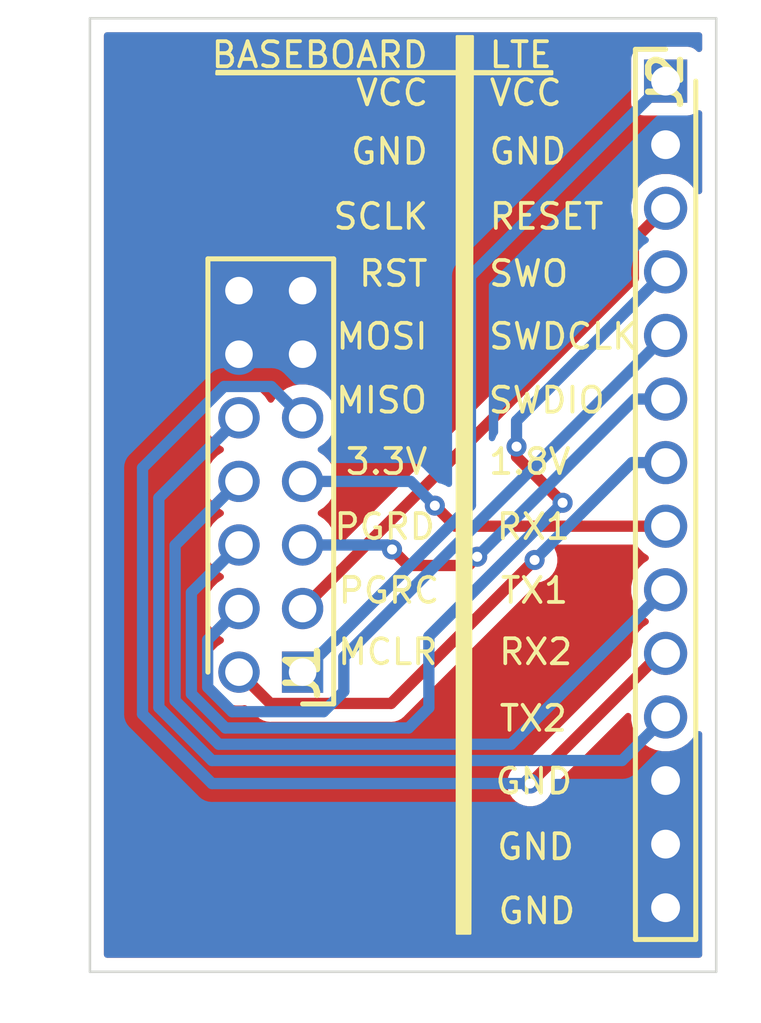
<source format=kicad_pcb>
(kicad_pcb (version 20171130) (host pcbnew "(5.1.6)-1")

  (general
    (thickness 1.6)
    (drawings 22)
    (tracks 68)
    (zones 0)
    (modules 2)
    (nets 12)
  )

  (page A4)
  (layers
    (0 F.Cu signal)
    (31 B.Cu signal)
    (32 B.Adhes user)
    (33 F.Adhes user hide)
    (34 B.Paste user)
    (35 F.Paste user)
    (36 B.SilkS user)
    (37 F.SilkS user)
    (38 B.Mask user)
    (39 F.Mask user)
    (40 Dwgs.User user)
    (41 Cmts.User user)
    (42 Eco1.User user)
    (43 Eco2.User user)
    (44 Edge.Cuts user)
    (45 Margin user)
    (46 B.CrtYd user)
    (47 F.CrtYd user)
    (48 B.Fab user)
    (49 F.Fab user)
  )

  (setup
    (last_trace_width 0.25)
    (user_trace_width 0.45)
    (trace_clearance 0.2)
    (zone_clearance 0.508)
    (zone_45_only no)
    (trace_min 0.2)
    (via_size 0.8)
    (via_drill 0.4)
    (via_min_size 0.4)
    (via_min_drill 0.3)
    (uvia_size 0.3)
    (uvia_drill 0.1)
    (uvias_allowed no)
    (uvia_min_size 0.2)
    (uvia_min_drill 0.1)
    (edge_width 0.05)
    (segment_width 0.2)
    (pcb_text_width 0.3)
    (pcb_text_size 1.5 1.5)
    (mod_edge_width 0.12)
    (mod_text_size 1 1)
    (mod_text_width 0.15)
    (pad_size 1.524 1.524)
    (pad_drill 0.762)
    (pad_to_mask_clearance 0.05)
    (aux_axis_origin 0 0)
    (visible_elements 7FFFFFFF)
    (pcbplotparams
      (layerselection 0x010fc_ffffffff)
      (usegerberextensions false)
      (usegerberattributes false)
      (usegerberadvancedattributes true)
      (creategerberjobfile true)
      (excludeedgelayer true)
      (linewidth 0.100000)
      (plotframeref false)
      (viasonmask false)
      (mode 1)
      (useauxorigin false)
      (hpglpennumber 1)
      (hpglpenspeed 20)
      (hpglpendiameter 15.000000)
      (psnegative false)
      (psa4output false)
      (plotreference true)
      (plotvalue true)
      (plotinvisibletext false)
      (padsonsilk false)
      (subtractmaskfromsilk false)
      (outputformat 1)
      (mirror false)
      (drillshape 0)
      (scaleselection 1)
      (outputdirectory "C:/Users/l-plu/Downloads/Nieuwe map/"))
  )

  (net 0 "")
  (net 1 TX2)
  (net 2 RX2)
  (net 3 TX1)
  (net 4 RX1)
  (net 5 SWO)
  (net 6 SWDIO)
  (net 7 SWDCLK)
  (net 8 RESET)
  (net 9 1.8v)
  (net 10 VCC)
  (net 11 GND)

  (net_class Default "This is the default net class."
    (clearance 0.2)
    (trace_width 0.25)
    (via_dia 0.8)
    (via_drill 0.4)
    (uvia_dia 0.3)
    (uvia_drill 0.1)
    (add_net 1.8v)
    (add_net GND)
    (add_net RESET)
    (add_net RX1)
    (add_net RX2)
    (add_net SWDCLK)
    (add_net SWDIO)
    (add_net SWO)
    (add_net TX1)
    (add_net TX2)
    (add_net VCC)
  )

  (net_class "Fat line" ""
    (clearance 0.2)
    (trace_width 0.4)
    (via_dia 0.8)
    (via_drill 0.4)
    (uvia_dia 0.3)
    (uvia_drill 0.1)
  )

  (module SamacSys_Parts:HDRV14W67P0X254_1X14_3556X241X1082P (layer F.Cu) (tedit 0) (tstamp 602C85CB)
    (at 122.98 97.51 270)
    (descr 78511-214HLF---)
    (tags Connector)
    (path /602AF3B1)
    (fp_text reference J2 (at 0 0 90) (layer F.SilkS)
      (effects (font (size 1.27 1.27) (thickness 0.254)))
    )
    (fp_text value 78511-214HLF (at 0 0 90) (layer F.SilkS) hide
      (effects (font (size 1.27 1.27) (thickness 0.254)))
    )
    (fp_line (start 34.29 -1.205) (end 0 -1.205) (layer F.SilkS) (width 0.2))
    (fp_line (start 34.29 1.205) (end 34.29 -1.205) (layer F.SilkS) (width 0.2))
    (fp_line (start -1.27 1.205) (end 34.29 1.205) (layer F.SilkS) (width 0.2))
    (fp_line (start -1.27 0) (end -1.27 1.205) (layer F.SilkS) (width 0.2))
    (fp_line (start 34.29 1.205) (end -1.27 1.205) (layer F.Fab) (width 0.1))
    (fp_line (start 34.29 -1.205) (end 34.29 1.205) (layer F.Fab) (width 0.1))
    (fp_line (start -1.27 -1.205) (end 34.29 -1.205) (layer F.Fab) (width 0.1))
    (fp_line (start -1.27 1.205) (end -1.27 -1.205) (layer F.Fab) (width 0.1))
    (fp_line (start 34.54 1.455) (end -1.52 1.455) (layer F.CrtYd) (width 0.05))
    (fp_line (start 34.54 -1.455) (end 34.54 1.455) (layer F.CrtYd) (width 0.05))
    (fp_line (start -1.52 -1.455) (end 34.54 -1.455) (layer F.CrtYd) (width 0.05))
    (fp_line (start -1.52 1.455) (end -1.52 -1.455) (layer F.CrtYd) (width 0.05))
    (fp_text user %R (at 0 0 90) (layer F.Fab)
      (effects (font (size 1.27 1.27) (thickness 0.254)))
    )
    (pad 14 thru_hole circle (at 33.02 0 270) (size 1.725 1.725) (drill 1.15) (layers *.Cu *.Mask)
      (net 11 GND))
    (pad 13 thru_hole circle (at 30.48 0 270) (size 1.725 1.725) (drill 1.15) (layers *.Cu *.Mask)
      (net 11 GND))
    (pad 12 thru_hole circle (at 27.94 0 270) (size 1.725 1.725) (drill 1.15) (layers *.Cu *.Mask)
      (net 11 GND))
    (pad 11 thru_hole circle (at 25.4 0 270) (size 1.725 1.725) (drill 1.15) (layers *.Cu *.Mask)
      (net 1 TX2))
    (pad 10 thru_hole circle (at 22.86 0 270) (size 1.725 1.725) (drill 1.15) (layers *.Cu *.Mask)
      (net 2 RX2))
    (pad 9 thru_hole circle (at 20.32 0 270) (size 1.725 1.725) (drill 1.15) (layers *.Cu *.Mask)
      (net 3 TX1))
    (pad 8 thru_hole circle (at 17.78 0 270) (size 1.725 1.725) (drill 1.15) (layers *.Cu *.Mask)
      (net 4 RX1))
    (pad 7 thru_hole circle (at 15.24 0 270) (size 1.725 1.725) (drill 1.15) (layers *.Cu *.Mask)
      (net 9 1.8v))
    (pad 6 thru_hole circle (at 12.7 0 270) (size 1.725 1.725) (drill 1.15) (layers *.Cu *.Mask)
      (net 6 SWDIO))
    (pad 5 thru_hole circle (at 10.16 0 270) (size 1.725 1.725) (drill 1.15) (layers *.Cu *.Mask)
      (net 7 SWDCLK))
    (pad 4 thru_hole circle (at 7.62 0 270) (size 1.725 1.725) (drill 1.15) (layers *.Cu *.Mask)
      (net 5 SWO))
    (pad 3 thru_hole circle (at 5.08 0 270) (size 1.725 1.725) (drill 1.15) (layers *.Cu *.Mask)
      (net 8 RESET))
    (pad 2 thru_hole circle (at 2.54 0 270) (size 1.725 1.725) (drill 1.15) (layers *.Cu *.Mask)
      (net 11 GND))
    (pad 1 thru_hole rect (at 0 0 270) (size 1.725 1.725) (drill 1.15) (layers *.Cu *.Mask)
      (net 10 VCC))
    (model C:\SamacSys_PCB_Library\KiCad\SamacSys_Parts.3dshapes\78511-214HLF.stp
      (at (xyz 0 0 0))
      (scale (xyz 1 1 1))
      (rotate (xyz 0 0 0))
    )
  )

  (module SamacSys_Parts:HDRV14W64P254_2X7_1778X502X1067P (layer F.Cu) (tedit 0) (tstamp 602C85AC)
    (at 108.49 121.12 90)
    (descr HTSW-107-14-L-D)
    (tags Connector)
    (path /602ADB0C)
    (fp_text reference J1 (at 0 0 90) (layer F.SilkS)
      (effects (font (size 1.27 1.27) (thickness 0.254)))
    )
    (fp_text value HTSW-107-14-L-D (at 0 0 90) (layer F.SilkS) hide
      (effects (font (size 1.27 1.27) (thickness 0.254)))
    )
    (fp_line (start 16.51 -3.78) (end 0 -3.78) (layer F.SilkS) (width 0.2))
    (fp_line (start 16.51 1.24) (end 16.51 -3.78) (layer F.SilkS) (width 0.2))
    (fp_line (start -1.27 1.24) (end 16.51 1.24) (layer F.SilkS) (width 0.2))
    (fp_line (start -1.27 0) (end -1.27 1.24) (layer F.SilkS) (width 0.2))
    (fp_line (start 16.51 1.24) (end -1.27 1.24) (layer F.Fab) (width 0.1))
    (fp_line (start 16.51 -3.78) (end 16.51 1.24) (layer F.Fab) (width 0.1))
    (fp_line (start -1.27 -3.78) (end 16.51 -3.78) (layer F.Fab) (width 0.1))
    (fp_line (start -1.27 1.24) (end -1.27 -3.78) (layer F.Fab) (width 0.1))
    (fp_line (start 16.76 1.49) (end -1.52 1.49) (layer F.CrtYd) (width 0.05))
    (fp_line (start 16.76 -4.03) (end 16.76 1.49) (layer F.CrtYd) (width 0.05))
    (fp_line (start -1.52 -4.03) (end 16.76 -4.03) (layer F.CrtYd) (width 0.05))
    (fp_line (start -1.52 1.49) (end -1.52 -4.03) (layer F.CrtYd) (width 0.05))
    (fp_text user %R (at 0 0 90) (layer F.Fab)
      (effects (font (size 1.27 1.27) (thickness 0.254)))
    )
    (pad 14 thru_hole circle (at 15.24 -2.54 90) (size 1.65 1.65) (drill 1.1) (layers *.Cu *.Mask)
      (net 11 GND))
    (pad 13 thru_hole circle (at 15.24 0 90) (size 1.65 1.65) (drill 1.1) (layers *.Cu *.Mask)
      (net 11 GND))
    (pad 12 thru_hole circle (at 12.7 -2.54 90) (size 1.65 1.65) (drill 1.1) (layers *.Cu *.Mask)
      (net 11 GND))
    (pad 11 thru_hole circle (at 12.7 0 90) (size 1.65 1.65) (drill 1.1) (layers *.Cu *.Mask)
      (net 11 GND))
    (pad 10 thru_hole circle (at 10.16 -2.54 90) (size 1.65 1.65) (drill 1.1) (layers *.Cu *.Mask)
      (net 1 TX2))
    (pad 9 thru_hole circle (at 10.16 0 90) (size 1.65 1.65) (drill 1.1) (layers *.Cu *.Mask)
      (net 2 RX2))
    (pad 8 thru_hole circle (at 7.62 -2.54 90) (size 1.65 1.65) (drill 1.1) (layers *.Cu *.Mask)
      (net 3 TX1))
    (pad 7 thru_hole circle (at 7.62 0 90) (size 1.65 1.65) (drill 1.1) (layers *.Cu *.Mask)
      (net 4 RX1))
    (pad 6 thru_hole circle (at 5.08 -2.54 90) (size 1.65 1.65) (drill 1.1) (layers *.Cu *.Mask)
      (net 5 SWO))
    (pad 5 thru_hole circle (at 5.08 0 90) (size 1.65 1.65) (drill 1.1) (layers *.Cu *.Mask)
      (net 6 SWDIO))
    (pad 4 thru_hole circle (at 2.54 -2.54 90) (size 1.65 1.65) (drill 1.1) (layers *.Cu *.Mask)
      (net 7 SWDCLK))
    (pad 3 thru_hole circle (at 2.54 0 90) (size 1.65 1.65) (drill 1.1) (layers *.Cu *.Mask)
      (net 8 RESET))
    (pad 2 thru_hole circle (at 0 -2.54 90) (size 1.65 1.65) (drill 1.1) (layers *.Cu *.Mask)
      (net 9 1.8v))
    (pad 1 thru_hole rect (at 0 0 90) (size 1.65 1.65) (drill 1.1) (layers *.Cu *.Mask)
      (net 10 VCC))
    (model C:\SamacSys_PCB_Library\KiCad\SamacSys_Parts.3dshapes\HTSW-107-14-L-D.stp
      (at (xyz 0 0 0))
      (scale (xyz 1 1 1))
      (rotate (xyz 0 0 0))
    )
  )

  (gr_poly (pts (xy 118.45 97.12) (xy 118.45 97.23) (xy 105.05 97.23) (xy 105.06 97.11)) (layer F.SilkS) (width 0.1))
  (gr_poly (pts (xy 115.18 131.56) (xy 114.65 131.56) (xy 114.65 95.72) (xy 115.28 95.72)) (layer F.SilkS) (width 0.1))
  (gr_text "GND\n" (at 117.84 130.66) (layer F.SilkS) (tstamp 602C8AF4)
    (effects (font (size 1 1) (thickness 0.15)))
  )
  (gr_text "GND\n" (at 117.79 128.1) (layer F.SilkS) (tstamp 602C8AF4)
    (effects (font (size 1 1) (thickness 0.15)))
  )
  (gr_text "GND\n" (at 117.72 125.48) (layer F.SilkS)
    (effects (font (size 1 1) (thickness 0.15)))
  )
  (gr_text TX2 (at 117.7 122.97) (layer F.SilkS)
    (effects (font (size 1 1) (thickness 0.15)))
  )
  (gr_text "MCLR | RX2" (at 114.58 120.31) (layer F.SilkS)
    (effects (font (size 1 1) (thickness 0.15)))
  )
  (gr_text "PGRC | TX1" (at 114.51 117.86) (layer F.SilkS)
    (effects (font (size 1 1) (thickness 0.15)))
  )
  (gr_text "PGRD | RX1" (at 114.46 115.31) (layer F.SilkS)
    (effects (font (size 1 1) (thickness 0.15)))
  )
  (gr_text "3.3V | 1.8V" (at 114.7 112.71) (layer F.SilkS)
    (effects (font (size 1 1) (thickness 0.15)))
  )
  (gr_text "MISO | SWDIO" (at 115.19 110.26) (layer F.SilkS)
    (effects (font (size 1 1) (thickness 0.15)))
  )
  (gr_text "MOSI | SWDCLK" (at 115.85 107.71) (layer F.SilkS)
    (effects (font (size 1 1) (thickness 0.15)))
  )
  (gr_text "RST | SWO" (at 114.92 105.2) (layer F.SilkS)
    (effects (font (size 1 1) (thickness 0.15)))
  )
  (gr_text "SCLK | RESET" (at 115.11 102.92) (layer F.SilkS)
    (effects (font (size 1 1) (thickness 0.15)))
  )
  (gr_text "GND | GND\n" (at 114.72 100.32) (layer F.SilkS) (tstamp 602C8AAD)
    (effects (font (size 1 1) (thickness 0.15)))
  )
  (gr_text "BASEBOARD | LTE" (at 111.65 96.46) (layer F.SilkS)
    (effects (font (size 1 1) (thickness 0.15)))
  )
  (gr_text "VCC | VCC\n" (at 114.73 97.98) (layer F.SilkS)
    (effects (font (size 1 1) (thickness 0.15)))
  )
  (gr_line (start 125 95) (end 125 133.09) (layer Edge.Cuts) (width 0.1))
  (gr_line (start 100 95) (end 125 95) (layer Edge.Cuts) (width 0.1))
  (gr_line (start 100 114) (end 100 95) (layer Edge.Cuts) (width 0.1))
  (gr_line (start 100 133.09) (end 100 114) (layer Edge.Cuts) (width 0.1))
  (gr_line (start 125 133.09) (end 100 133.09) (layer Edge.Cuts) (width 0.1))

  (segment (start 121.23997 124.65003) (end 122.98 122.91) (width 0.45) (layer B.Cu) (net 1))
  (segment (start 102.749969 122.527727) (end 104.872272 124.65003) (width 0.45) (layer B.Cu) (net 1))
  (segment (start 102.749969 114.160031) (end 102.749969 122.527727) (width 0.45) (layer B.Cu) (net 1))
  (segment (start 104.872272 124.65003) (end 121.23997 124.65003) (width 0.45) (layer B.Cu) (net 1))
  (segment (start 105.95 110.96) (end 102.749969 114.160031) (width 0.45) (layer B.Cu) (net 1))
  (via (at 117.57 125.57) (size 0.8) (drill 0.4) (layers F.Cu B.Cu) (net 2))
  (segment (start 102.099959 122.796969) (end 104.87299 125.57) (width 0.45) (layer B.Cu) (net 2))
  (segment (start 108.49 110.96) (end 107.239999 109.709999) (width 0.45) (layer B.Cu) (net 2))
  (segment (start 107.239999 109.709999) (end 105.349999 109.709999) (width 0.45) (layer B.Cu) (net 2))
  (segment (start 105.349999 109.709999) (end 102.099959 112.960039) (width 0.45) (layer B.Cu) (net 2))
  (segment (start 104.87299 125.57) (end 117.57 125.57) (width 0.45) (layer B.Cu) (net 2))
  (segment (start 102.099959 112.960039) (end 102.099959 122.796969) (width 0.45) (layer B.Cu) (net 2))
  (segment (start 122.77 120.37) (end 122.98 120.37) (width 0.45) (layer F.Cu) (net 2))
  (segment (start 117.57 125.57) (end 122.77 120.37) (width 0.45) (layer F.Cu) (net 2))
  (segment (start 122.98 117.83) (end 116.80998 124.00002) (width 0.45) (layer B.Cu) (net 3))
  (segment (start 103.399979 116.050021) (end 105.95 113.5) (width 0.45) (layer B.Cu) (net 3))
  (segment (start 105.141514 124.00002) (end 103.399979 122.258485) (width 0.45) (layer B.Cu) (net 3))
  (segment (start 103.399979 122.258485) (end 103.399979 116.050021) (width 0.45) (layer B.Cu) (net 3))
  (segment (start 116.80998 124.00002) (end 105.141514 124.00002) (width 0.45) (layer B.Cu) (net 3))
  (segment (start 108.49 113.5) (end 112.8 113.5) (width 0.45) (layer B.Cu) (net 4))
  (via (at 113.768364 114.468364) (size 0.8) (drill 0.4) (layers F.Cu B.Cu) (net 4))
  (segment (start 112.8 113.5) (end 113.768364 114.468364) (width 0.45) (layer B.Cu) (net 4))
  (segment (start 114.59 115.29) (end 122.98 115.29) (width 0.45) (layer F.Cu) (net 4))
  (segment (start 113.768364 114.468364) (end 114.59 115.29) (width 0.45) (layer F.Cu) (net 4))
  (segment (start 104.049989 121.989243) (end 105.410756 123.35001) (width 0.45) (layer B.Cu) (net 5))
  (segment (start 105.95 116.04) (end 104.049989 117.940011) (width 0.45) (layer B.Cu) (net 5))
  (segment (start 105.410756 123.35001) (end 112.71999 123.35001) (width 0.45) (layer B.Cu) (net 5))
  (segment (start 104.049989 117.940011) (end 104.049989 121.989243) (width 0.45) (layer B.Cu) (net 5))
  (via (at 117.03 112.11) (size 0.8) (drill 0.4) (layers F.Cu B.Cu) (net 5))
  (segment (start 122.98 105.13) (end 117.03 111.08) (width 0.45) (layer B.Cu) (net 5))
  (segment (start 117.03 111.08) (end 117.03 112.11) (width 0.45) (layer B.Cu) (net 5))
  (via (at 118.869163 114.354109) (size 0.8) (drill 0.4) (layers F.Cu B.Cu) (net 5))
  (segment (start 117.03 112.11) (end 117.03 112.514946) (width 0.45) (layer F.Cu) (net 5))
  (segment (start 117.03 112.514946) (end 118.869163 114.354109) (width 0.45) (layer F.Cu) (net 5))
  (segment (start 118.869163 114.354109) (end 113.53 119.693272) (width 0.45) (layer B.Cu) (net 5))
  (segment (start 113.53 122.54) (end 112.71999 123.35001) (width 0.45) (layer B.Cu) (net 5))
  (segment (start 113.53 119.693272) (end 113.53 122.54) (width 0.45) (layer B.Cu) (net 5))
  (segment (start 108.49 116.04) (end 111.88 116.04) (width 0.45) (layer B.Cu) (net 6))
  (via (at 112.06 116.22) (size 0.8) (drill 0.4) (layers F.Cu B.Cu) (net 6))
  (segment (start 111.88 116.04) (end 112.06 116.22) (width 0.45) (layer B.Cu) (net 6))
  (segment (start 112.06 116.22) (end 112.7 116.86) (width 0.45) (layer F.Cu) (net 6))
  (segment (start 112.7 116.86) (end 115.11 116.86) (width 0.45) (layer F.Cu) (net 6))
  (via (at 115.46 116.51) (size 0.8) (drill 0.4) (layers F.Cu B.Cu) (net 6))
  (segment (start 115.11 116.86) (end 115.46 116.51) (width 0.45) (layer F.Cu) (net 6))
  (segment (start 121.76 110.21) (end 122.98 110.21) (width 0.45) (layer B.Cu) (net 6))
  (segment (start 115.46 116.51) (end 121.76 110.21) (width 0.45) (layer B.Cu) (net 6))
  (segment (start 122.98 107.67) (end 110.135 120.515) (width 0.45) (layer B.Cu) (net 7))
  (segment (start 104.699999 119.830001) (end 105.95 118.58) (width 0.45) (layer B.Cu) (net 7))
  (segment (start 110.135 121.890002) (end 109.325002 122.7) (width 0.45) (layer B.Cu) (net 7))
  (segment (start 110.135 120.515) (end 110.135 121.890002) (width 0.45) (layer B.Cu) (net 7))
  (segment (start 109.325002 122.7) (end 105.679998 122.7) (width 0.45) (layer B.Cu) (net 7))
  (segment (start 105.679998 122.7) (end 104.699999 121.720001) (width 0.45) (layer B.Cu) (net 7))
  (segment (start 104.699999 121.720001) (end 104.699999 119.830001) (width 0.45) (layer B.Cu) (net 7))
  (segment (start 121.692499 105.377501) (end 108.49 118.58) (width 0.45) (layer F.Cu) (net 8))
  (segment (start 121.692499 103.877501) (end 121.692499 105.377501) (width 0.45) (layer F.Cu) (net 8))
  (segment (start 122.98 102.59) (end 121.692499 103.877501) (width 0.45) (layer F.Cu) (net 8))
  (segment (start 108.49 118.58) (end 108.4 118.58) (width 0.45) (layer B.Cu) (net 8))
  (segment (start 112.019999 122.370001) (end 117.75 116.64) (width 0.45) (layer F.Cu) (net 9))
  (segment (start 105.95 121.12) (end 107.200001 122.370001) (width 0.45) (layer F.Cu) (net 9))
  (via (at 117.75 116.64) (size 0.8) (drill 0.4) (layers F.Cu B.Cu) (net 9))
  (segment (start 107.200001 122.370001) (end 112.019999 122.370001) (width 0.45) (layer F.Cu) (net 9))
  (segment (start 121.64 112.75) (end 122.98 112.75) (width 0.45) (layer B.Cu) (net 9))
  (segment (start 117.75 116.64) (end 121.64 112.75) (width 0.45) (layer B.Cu) (net 9))
  (segment (start 109.740001 119.869999) (end 109.770001 119.869999) (width 0.45) (layer B.Cu) (net 10))
  (segment (start 108.49 121.12) (end 109.740001 119.869999) (width 0.45) (layer B.Cu) (net 10))
  (segment (start 109.770001 119.869999) (end 115.19 114.45) (width 0.45) (layer B.Cu) (net 10))
  (segment (start 115.19 105.3) (end 122.98 97.51) (width 0.45) (layer B.Cu) (net 10))
  (segment (start 115.19 114.45) (end 115.19 105.3) (width 0.45) (layer B.Cu) (net 10))

  (zone (net 11) (net_name GND) (layer F.Cu) (tstamp 60310FB7) (hatch edge 0.508)
    (connect_pads yes (clearance 0.508))
    (min_thickness 0.254)
    (fill yes (arc_segments 32) (thermal_gap 0.508) (thermal_bridge_width 0.508))
    (polygon
      (pts
        (xy 125.63 134.07) (xy 97.96 134.86) (xy 97.97 134.8) (xy 98.58 94.61) (xy 126.29 94.61)
      )
    )
    (filled_polygon
      (pts
        (xy 124.315 96.222288) (xy 124.293685 96.196315) (xy 124.196994 96.116963) (xy 124.08668 96.057998) (xy 123.966982 96.021688)
        (xy 123.8425 96.009428) (xy 122.1175 96.009428) (xy 121.993018 96.021688) (xy 121.87332 96.057998) (xy 121.763006 96.116963)
        (xy 121.666315 96.196315) (xy 121.586963 96.293006) (xy 121.527998 96.40332) (xy 121.491688 96.523018) (xy 121.479428 96.6475)
        (xy 121.479428 98.3725) (xy 121.491688 98.496982) (xy 121.527998 98.61668) (xy 121.586963 98.726994) (xy 121.666315 98.823685)
        (xy 121.763006 98.903037) (xy 121.87332 98.962002) (xy 121.993018 98.998312) (xy 122.1175 99.010572) (xy 123.8425 99.010572)
        (xy 123.966982 98.998312) (xy 124.08668 98.962002) (xy 124.196994 98.903037) (xy 124.293685 98.823685) (xy 124.315 98.797712)
        (xy 124.315 101.89982) (xy 124.307067 101.880668) (xy 124.143184 101.635399) (xy 123.934601 101.426816) (xy 123.689332 101.262933)
        (xy 123.416805 101.150048) (xy 123.127491 101.0925) (xy 122.832509 101.0925) (xy 122.543195 101.150048) (xy 122.270668 101.262933)
        (xy 122.025399 101.426816) (xy 121.816816 101.635399) (xy 121.652933 101.880668) (xy 121.540048 102.153195) (xy 121.4825 102.442509)
        (xy 121.4825 102.737491) (xy 121.504696 102.849081) (xy 121.114264 103.239513) (xy 121.081445 103.266447) (xy 120.973975 103.3974)
        (xy 120.894118 103.546802) (xy 120.868122 103.6325) (xy 120.850666 103.690048) (xy 120.844943 103.708913) (xy 120.832499 103.835256)
        (xy 120.832499 103.835262) (xy 120.828339 103.877501) (xy 120.832499 103.91974) (xy 120.8325 105.021276) (xy 109.95 115.903777)
        (xy 109.95 115.896203) (xy 109.893893 115.614134) (xy 109.783835 115.348431) (xy 109.624056 115.109304) (xy 109.420696 114.905944)
        (xy 109.217241 114.77) (xy 109.420696 114.634056) (xy 109.624056 114.430696) (xy 109.783835 114.191569) (xy 109.893893 113.925866)
        (xy 109.95 113.643797) (xy 109.95 113.356203) (xy 109.893893 113.074134) (xy 109.783835 112.808431) (xy 109.624056 112.569304)
        (xy 109.420696 112.365944) (xy 109.217241 112.23) (xy 109.420696 112.094056) (xy 109.624056 111.890696) (xy 109.783835 111.651569)
        (xy 109.893893 111.385866) (xy 109.95 111.103797) (xy 109.95 110.816203) (xy 109.893893 110.534134) (xy 109.783835 110.268431)
        (xy 109.624056 110.029304) (xy 109.420696 109.825944) (xy 109.181569 109.666165) (xy 108.915866 109.556107) (xy 108.633797 109.5)
        (xy 108.346203 109.5) (xy 108.064134 109.556107) (xy 107.798431 109.666165) (xy 107.559304 109.825944) (xy 107.355944 110.029304)
        (xy 107.22 110.232759) (xy 107.084056 110.029304) (xy 106.880696 109.825944) (xy 106.641569 109.666165) (xy 106.375866 109.556107)
        (xy 106.093797 109.5) (xy 105.806203 109.5) (xy 105.524134 109.556107) (xy 105.258431 109.666165) (xy 105.019304 109.825944)
        (xy 104.815944 110.029304) (xy 104.656165 110.268431) (xy 104.546107 110.534134) (xy 104.49 110.816203) (xy 104.49 111.103797)
        (xy 104.546107 111.385866) (xy 104.656165 111.651569) (xy 104.815944 111.890696) (xy 105.019304 112.094056) (xy 105.222759 112.23)
        (xy 105.019304 112.365944) (xy 104.815944 112.569304) (xy 104.656165 112.808431) (xy 104.546107 113.074134) (xy 104.49 113.356203)
        (xy 104.49 113.643797) (xy 104.546107 113.925866) (xy 104.656165 114.191569) (xy 104.815944 114.430696) (xy 105.019304 114.634056)
        (xy 105.222759 114.77) (xy 105.019304 114.905944) (xy 104.815944 115.109304) (xy 104.656165 115.348431) (xy 104.546107 115.614134)
        (xy 104.49 115.896203) (xy 104.49 116.183797) (xy 104.546107 116.465866) (xy 104.656165 116.731569) (xy 104.815944 116.970696)
        (xy 105.019304 117.174056) (xy 105.222759 117.31) (xy 105.019304 117.445944) (xy 104.815944 117.649304) (xy 104.656165 117.888431)
        (xy 104.546107 118.154134) (xy 104.49 118.436203) (xy 104.49 118.723797) (xy 104.546107 119.005866) (xy 104.656165 119.271569)
        (xy 104.815944 119.510696) (xy 105.019304 119.714056) (xy 105.222759 119.85) (xy 105.019304 119.985944) (xy 104.815944 120.189304)
        (xy 104.656165 120.428431) (xy 104.546107 120.694134) (xy 104.49 120.976203) (xy 104.49 121.263797) (xy 104.546107 121.545866)
        (xy 104.656165 121.811569) (xy 104.815944 122.050696) (xy 105.019304 122.254056) (xy 105.258431 122.413835) (xy 105.524134 122.523893)
        (xy 105.806203 122.58) (xy 106.093797 122.58) (xy 106.177189 122.563412) (xy 106.562018 122.948241) (xy 106.588947 122.981055)
        (xy 106.719899 123.088525) (xy 106.869301 123.168382) (xy 106.955951 123.194666) (xy 107.03141 123.217557) (xy 107.062539 123.220623)
        (xy 107.157755 123.230001) (xy 107.157761 123.230001) (xy 107.2 123.234161) (xy 107.242239 123.230001) (xy 111.97776 123.230001)
        (xy 112.019999 123.234161) (xy 112.062238 123.230001) (xy 112.062245 123.230001) (xy 112.188588 123.217557) (xy 112.350699 123.168382)
        (xy 112.500101 123.088525) (xy 112.631053 122.981055) (xy 112.657987 122.948236) (xy 117.95091 117.655314) (xy 118.051898 117.635226)
        (xy 118.240256 117.557205) (xy 118.409774 117.443937) (xy 118.553937 117.299774) (xy 118.667205 117.130256) (xy 118.745226 116.941898)
        (xy 118.785 116.741939) (xy 118.785 116.538061) (xy 118.745226 116.338102) (xy 118.667311 116.15) (xy 121.753606 116.15)
        (xy 121.816816 116.244601) (xy 122.025399 116.453184) (xy 122.185261 116.56) (xy 122.025399 116.666816) (xy 121.816816 116.875399)
        (xy 121.652933 117.120668) (xy 121.540048 117.393195) (xy 121.4825 117.682509) (xy 121.4825 117.977491) (xy 121.540048 118.266805)
        (xy 121.652933 118.539332) (xy 121.816816 118.784601) (xy 122.025399 118.993184) (xy 122.185261 119.1) (xy 122.025399 119.206816)
        (xy 121.816816 119.415399) (xy 121.652933 119.660668) (xy 121.540048 119.933195) (xy 121.4825 120.222509) (xy 121.4825 120.441276)
        (xy 117.369091 124.554686) (xy 117.268102 124.574774) (xy 117.079744 124.652795) (xy 116.910226 124.766063) (xy 116.766063 124.910226)
        (xy 116.652795 125.079744) (xy 116.574774 125.268102) (xy 116.535 125.468061) (xy 116.535 125.671939) (xy 116.574774 125.871898)
        (xy 116.652795 126.060256) (xy 116.766063 126.229774) (xy 116.910226 126.373937) (xy 117.079744 126.487205) (xy 117.268102 126.565226)
        (xy 117.468061 126.605) (xy 117.671939 126.605) (xy 117.871898 126.565226) (xy 118.060256 126.487205) (xy 118.229774 126.373937)
        (xy 118.373937 126.229774) (xy 118.487205 126.060256) (xy 118.565226 125.871898) (xy 118.585314 125.770909) (xy 121.4825 122.873724)
        (xy 121.4825 123.057491) (xy 121.540048 123.346805) (xy 121.652933 123.619332) (xy 121.816816 123.864601) (xy 122.025399 124.073184)
        (xy 122.270668 124.237067) (xy 122.543195 124.349952) (xy 122.832509 124.4075) (xy 123.127491 124.4075) (xy 123.416805 124.349952)
        (xy 123.689332 124.237067) (xy 123.934601 124.073184) (xy 124.143184 123.864601) (xy 124.307067 123.619332) (xy 124.315001 123.600178)
        (xy 124.315001 132.405) (xy 100.685 132.405) (xy 100.685 95.685) (xy 124.315 95.685)
      )
    )
  )
  (zone (net 11) (net_name GND) (layer B.Cu) (tstamp 60310FB4) (hatch edge 0.508)
    (connect_pads yes (clearance 0.508))
    (min_thickness 0.254)
    (fill yes (arc_segments 32) (thermal_gap 0.508) (thermal_bridge_width 0.508))
    (polygon
      (pts
        (xy 126.44 94.33) (xy 126.8 134.95) (xy 96.41 135.14) (xy 97.09 94.27)
      )
    )
    (filled_polygon
      (pts
        (xy 124.315 96.222288) (xy 124.293685 96.196315) (xy 124.196994 96.116963) (xy 124.08668 96.057998) (xy 123.966982 96.021688)
        (xy 123.8425 96.009428) (xy 122.1175 96.009428) (xy 121.993018 96.021688) (xy 121.87332 96.057998) (xy 121.763006 96.116963)
        (xy 121.666315 96.196315) (xy 121.586963 96.293006) (xy 121.527998 96.40332) (xy 121.491688 96.523018) (xy 121.479428 96.6475)
        (xy 121.479428 97.794348) (xy 114.61176 104.662017) (xy 114.578947 104.688946) (xy 114.552018 104.721759) (xy 114.552016 104.721761)
        (xy 114.471477 104.819898) (xy 114.39162 104.9693) (xy 114.342444 105.131411) (xy 114.32584 105.3) (xy 114.330001 105.342249)
        (xy 114.33 113.598854) (xy 114.25862 113.551159) (xy 114.070262 113.473138) (xy 113.969274 113.45305) (xy 113.437988 112.921765)
        (xy 113.411054 112.888946) (xy 113.280102 112.781476) (xy 113.1307 112.701619) (xy 112.968589 112.652444) (xy 112.842246 112.64)
        (xy 112.842239 112.64) (xy 112.8 112.63584) (xy 112.757761 112.64) (xy 109.671293 112.64) (xy 109.624056 112.569304)
        (xy 109.420696 112.365944) (xy 109.217241 112.23) (xy 109.420696 112.094056) (xy 109.624056 111.890696) (xy 109.783835 111.651569)
        (xy 109.893893 111.385866) (xy 109.95 111.103797) (xy 109.95 110.816203) (xy 109.893893 110.534134) (xy 109.783835 110.268431)
        (xy 109.624056 110.029304) (xy 109.420696 109.825944) (xy 109.181569 109.666165) (xy 108.915866 109.556107) (xy 108.633797 109.5)
        (xy 108.346203 109.5) (xy 108.262811 109.516588) (xy 107.877987 109.131764) (xy 107.851053 109.098945) (xy 107.720101 108.991475)
        (xy 107.570699 108.911618) (xy 107.408588 108.862443) (xy 107.282245 108.849999) (xy 107.282238 108.849999) (xy 107.239999 108.845839)
        (xy 107.19776 108.849999) (xy 105.392245 108.849999) (xy 105.349999 108.845838) (xy 105.181409 108.862443) (xy 105.019298 108.911618)
        (xy 104.967258 108.939435) (xy 104.869897 108.991475) (xy 104.738945 109.098945) (xy 104.712016 109.131758) (xy 101.521724 112.322051)
        (xy 101.488905 112.348985) (xy 101.381435 112.479938) (xy 101.301578 112.62934) (xy 101.273757 112.721054) (xy 101.255429 112.781477)
        (xy 101.252403 112.791451) (xy 101.239959 112.917794) (xy 101.239959 112.9178) (xy 101.235799 112.960039) (xy 101.239959 113.002278)
        (xy 101.23996 122.75472) (xy 101.235799 122.796969) (xy 101.252403 122.965558) (xy 101.295018 123.106041) (xy 101.301579 123.127669)
        (xy 101.381436 123.277071) (xy 101.488906 123.408023) (xy 101.521719 123.434952) (xy 104.235007 126.148241) (xy 104.261936 126.181054)
        (xy 104.392888 126.288524) (xy 104.54229 126.368381) (xy 104.655225 126.402639) (xy 104.7044 126.417556) (xy 104.721548 126.419245)
        (xy 104.830744 126.43) (xy 104.83075 126.43) (xy 104.872989 126.43416) (xy 104.915228 126.43) (xy 116.99413 126.43)
        (xy 117.079744 126.487205) (xy 117.268102 126.565226) (xy 117.468061 126.605) (xy 117.671939 126.605) (xy 117.871898 126.565226)
        (xy 118.060256 126.487205) (xy 118.229774 126.373937) (xy 118.373937 126.229774) (xy 118.487205 126.060256) (xy 118.565226 125.871898)
        (xy 118.605 125.671939) (xy 118.605 125.51003) (xy 121.197731 125.51003) (xy 121.23997 125.51419) (xy 121.282209 125.51003)
        (xy 121.282216 125.51003) (xy 121.408559 125.497586) (xy 121.57067 125.448411) (xy 121.720072 125.368554) (xy 121.851024 125.261084)
        (xy 121.877958 125.228265) (xy 122.72092 124.385304) (xy 122.832509 124.4075) (xy 123.127491 124.4075) (xy 123.416805 124.349952)
        (xy 123.689332 124.237067) (xy 123.934601 124.073184) (xy 124.143184 123.864601) (xy 124.307067 123.619332) (xy 124.315001 123.600178)
        (xy 124.315001 132.405) (xy 100.685 132.405) (xy 100.685 95.685) (xy 124.315 95.685)
      )
    )
    (filled_polygon
      (pts
        (xy 124.315 101.89982) (xy 124.307067 101.880668) (xy 124.143184 101.635399) (xy 123.934601 101.426816) (xy 123.689332 101.262933)
        (xy 123.416805 101.150048) (xy 123.127491 101.0925) (xy 122.832509 101.0925) (xy 122.543195 101.150048) (xy 122.270668 101.262933)
        (xy 122.025399 101.426816) (xy 121.816816 101.635399) (xy 121.652933 101.880668) (xy 121.540048 102.153195) (xy 121.4825 102.442509)
        (xy 121.4825 102.737491) (xy 121.540048 103.026805) (xy 121.652933 103.299332) (xy 121.816816 103.544601) (xy 122.025399 103.753184)
        (xy 122.185261 103.86) (xy 122.025399 103.966816) (xy 121.816816 104.175399) (xy 121.652933 104.420668) (xy 121.540048 104.693195)
        (xy 121.4825 104.982509) (xy 121.4825 105.277491) (xy 121.504696 105.38908) (xy 116.451765 110.442012) (xy 116.418946 110.468946)
        (xy 116.311476 110.599899) (xy 116.231619 110.749301) (xy 116.182444 110.911412) (xy 116.17 111.037755) (xy 116.17 111.037761)
        (xy 116.16584 111.08) (xy 116.17 111.122239) (xy 116.17 111.53413) (xy 116.112795 111.619744) (xy 116.05 111.771343)
        (xy 116.05 105.656223) (xy 122.695652 99.010572) (xy 123.8425 99.010572) (xy 123.966982 98.998312) (xy 124.08668 98.962002)
        (xy 124.196994 98.903037) (xy 124.293685 98.823685) (xy 124.315 98.797712)
      )
    )
  )
)

</source>
